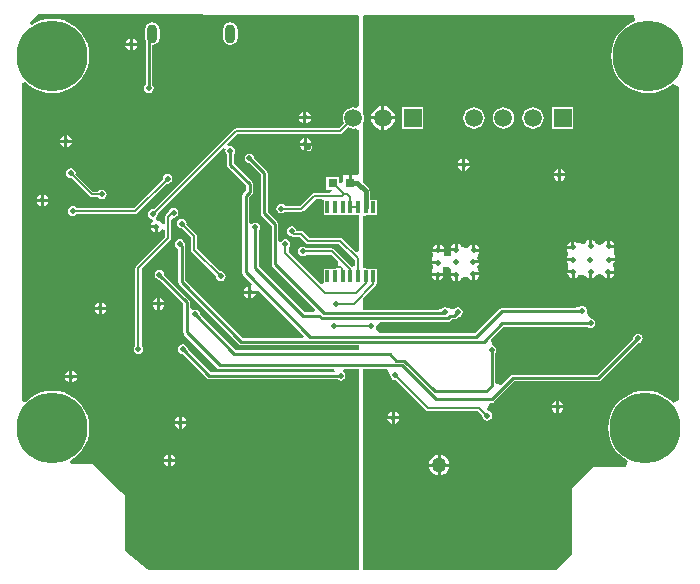
<source format=gbl>
G04 Layer_Physical_Order=2*
G04 Layer_Color=16711680*
%FSLAX25Y25*%
%MOIN*%
G70*
G01*
G75*
%ADD29R,0.03150X0.03150*%
%ADD35C,0.00800*%
%ADD38C,0.01500*%
%ADD40C,0.00600*%
%ADD41C,0.01000*%
%ADD43C,0.23622*%
%ADD44O,0.03543X0.06299*%
%ADD45C,0.05906*%
%ADD46R,0.05906X0.05906*%
%ADD47C,0.02000*%
%ADD48C,0.05000*%
%ADD49R,0.01200X0.03900*%
G36*
X608751Y1157535D02*
X607488Y1157012D01*
X605822Y1155991D01*
X604337Y1154723D01*
X603068Y1153237D01*
X602047Y1151572D01*
X601300Y1149767D01*
X600844Y1147867D01*
X600691Y1145920D01*
X600844Y1143972D01*
X601300Y1142073D01*
X602047Y1140268D01*
X603068Y1138602D01*
X604337Y1137117D01*
X605822Y1135848D01*
X607488Y1134827D01*
X609293Y1134080D01*
X611192Y1133624D01*
X613140Y1133470D01*
X615088Y1133624D01*
X616987Y1134080D01*
X618792Y1134827D01*
X620458Y1135848D01*
X621254Y1136528D01*
X623254Y1135620D01*
Y1127435D01*
Y1031129D01*
X621254Y1030391D01*
X620957Y1030739D01*
X619472Y1032007D01*
X617806Y1033028D01*
X616001Y1033776D01*
X614102Y1034232D01*
X612154Y1034385D01*
X610207Y1034232D01*
X608307Y1033776D01*
X606502Y1033028D01*
X604837Y1032007D01*
X603351Y1030739D01*
X602082Y1029253D01*
X601062Y1027587D01*
X600314Y1025782D01*
X599858Y1023883D01*
X599705Y1021935D01*
X599858Y1019988D01*
X600314Y1018088D01*
X601062Y1016284D01*
X602082Y1014618D01*
X603351Y1013132D01*
X604837Y1011864D01*
X606188Y1011036D01*
X606146Y1010043D01*
X605697Y1009035D01*
X594654D01*
X590554Y1004935D01*
X587654Y1002036D01*
Y979436D01*
X587354D01*
X582554Y974636D01*
X518154D01*
Y1041614D01*
X525880D01*
X526365Y1041062D01*
X527158Y1039614D01*
X527123Y1039435D01*
X527247Y1038811D01*
X527601Y1038282D01*
X528130Y1037928D01*
X528754Y1037804D01*
X528912Y1037836D01*
X538833Y1027915D01*
X539164Y1027693D01*
X539554Y1027616D01*
X556232D01*
X557754Y1026093D01*
X557723Y1025935D01*
X557847Y1025311D01*
X558201Y1024782D01*
X558730Y1024428D01*
X559354Y1024304D01*
X559978Y1024428D01*
X560508Y1024782D01*
X560861Y1025311D01*
X560986Y1025935D01*
X560861Y1026560D01*
X560508Y1027089D01*
X559978Y1027443D01*
X559461Y1028314D01*
X560308Y1030071D01*
X560617Y1030314D01*
X560854D01*
X560854Y1030314D01*
X561283Y1030399D01*
X561647Y1030642D01*
X568419Y1037414D01*
X596454D01*
X596454Y1037414D01*
X596883Y1037499D01*
X597247Y1037742D01*
X609616Y1050112D01*
X609654Y1050104D01*
X610278Y1050228D01*
X610808Y1050582D01*
X611134Y1051070D01*
D01*
X611161Y1051111D01*
Y1051111D01*
X611285Y1051735D01*
X611285Y1051735D01*
X611161Y1052360D01*
X610995Y1052608D01*
X610835Y1052848D01*
X610829Y1052857D01*
X610809Y1052888D01*
X610808Y1052889D01*
X610808Y1052889D01*
X610434Y1053139D01*
X610278Y1053243D01*
X610278Y1053243D01*
X609838Y1053330D01*
X609838Y1053330D01*
X609759Y1053346D01*
X609654Y1053367D01*
X609654Y1053367D01*
X609214Y1053279D01*
X609214D01*
X609213Y1053279D01*
X609213Y1053279D01*
X609129Y1053262D01*
X609030Y1053243D01*
X609030Y1053243D01*
X608874Y1053139D01*
X608874Y1053139D01*
X608501Y1052889D01*
X608501D01*
X608396Y1052733D01*
D01*
X608147Y1052360D01*
X608147Y1052360D01*
X608110Y1052176D01*
X608110Y1052176D01*
X608023Y1051735D01*
X608023Y1051735D01*
X608030Y1051698D01*
X595990Y1039657D01*
X567954D01*
X567954Y1039657D01*
X567525Y1039572D01*
X567161Y1039328D01*
X567161Y1039328D01*
X563976Y1036143D01*
X561976Y1036972D01*
Y1046661D01*
X562008Y1046682D01*
X562361Y1047211D01*
X562486Y1047836D01*
X562361Y1048460D01*
X562008Y1048989D01*
X561478Y1049343D01*
X561393Y1049360D01*
X560673Y1050874D01*
X560605Y1051400D01*
X564819Y1055614D01*
X590751D01*
X592730Y1055563D01*
X592737Y1055557D01*
X593230Y1055228D01*
X593230D01*
X593670Y1055141D01*
X593854Y1055104D01*
D01*
X593854Y1055104D01*
X593854D01*
X594303Y1055193D01*
X594478Y1055228D01*
X594478D01*
X594478Y1055228D01*
Y1055228D01*
X594492Y1055238D01*
X594597Y1055308D01*
X594597D01*
X594602Y1055311D01*
X594634Y1055332D01*
X594634Y1055332D01*
D01*
X594634Y1055332D01*
X594815Y1055453D01*
X594852Y1055478D01*
X594852Y1055478D01*
X595008Y1055582D01*
X595008D01*
X595112Y1055738D01*
X595112D01*
X595361Y1056111D01*
X595361Y1056111D01*
X595361D01*
D01*
X595398Y1056295D01*
X595449Y1056552D01*
X595476Y1056687D01*
D01*
X595485Y1056735D01*
Y1056736D01*
D01*
Y1056736D01*
X595466Y1056834D01*
X595450Y1056914D01*
X595449Y1056919D01*
X595361Y1057360D01*
Y1057360D01*
X595257Y1057516D01*
D01*
X595257Y1057516D01*
X595008Y1057889D01*
Y1057889D01*
X594926Y1057943D01*
D01*
X594815Y1058018D01*
X594634Y1058139D01*
X594608Y1058156D01*
X594478Y1058243D01*
X594478Y1058243D01*
X594478Y1058243D01*
X594467Y1058245D01*
X594397Y1058259D01*
X593716Y1058604D01*
X592661Y1060311D01*
X592661Y1060311D01*
X592749Y1060752D01*
X592776Y1060887D01*
D01*
X592786Y1060935D01*
Y1060935D01*
X592786Y1060935D01*
X592661Y1061560D01*
X592661Y1061560D01*
X592412Y1061933D01*
X592412D01*
X592308Y1062089D01*
Y1062089D01*
X592152Y1062193D01*
Y1062193D01*
X592115Y1062218D01*
X591934Y1062339D01*
X591934Y1062339D01*
D01*
X591934Y1062339D01*
X591913Y1062353D01*
X591909Y1062356D01*
X591909D01*
X591794Y1062432D01*
X591778Y1062443D01*
X591778D01*
X591778Y1062443D01*
X591608Y1062477D01*
X591154Y1062567D01*
X591154D01*
X591154Y1062567D01*
D01*
X590970Y1062530D01*
X590530Y1062443D01*
X590530Y1062443D01*
X590092Y1062150D01*
X590029Y1062108D01*
X588051Y1062057D01*
X564354D01*
X564354Y1062057D01*
X563925Y1061972D01*
X563561Y1061728D01*
X563561Y1061728D01*
X555290Y1053457D01*
X523400D01*
X522491Y1054857D01*
X522310Y1055457D01*
X522386Y1055835D01*
X523846Y1057250D01*
X523975Y1057314D01*
X546224D01*
X546224Y1057314D01*
X546653Y1057399D01*
X547017Y1057642D01*
X547588Y1058214D01*
X548454D01*
X548454Y1058214D01*
X548883Y1058299D01*
X549247Y1058542D01*
X549616Y1058912D01*
X549654Y1058904D01*
X550278Y1059028D01*
X550808Y1059382D01*
X551161Y1059911D01*
X551286Y1060536D01*
X551161Y1061160D01*
X550808Y1061689D01*
X550278Y1062043D01*
X549654Y1062167D01*
X549030Y1062043D01*
X548659Y1061795D01*
X548359Y1061689D01*
X548031D01*
X546134Y1061939D01*
X546134Y1061939D01*
D01*
X546110Y1061955D01*
D01*
X545978Y1062043D01*
X545978Y1062043D01*
X545671Y1062104D01*
X545354Y1062167D01*
X545354D01*
X545042Y1062105D01*
X544730Y1062043D01*
X544730D01*
X544448Y1061854D01*
X544201Y1061689D01*
X544201Y1061689D01*
X544111Y1061555D01*
X544111Y1061555D01*
X544097Y1061533D01*
D01*
X544097Y1061533D01*
X542211Y1061257D01*
X518154D01*
Y1065094D01*
X522152Y1069092D01*
X522373Y1069422D01*
X522451Y1069812D01*
Y1069899D01*
X522631D01*
Y1074998D01*
X522072D01*
X520231Y1074998D01*
Y1074998D01*
X520154D01*
X518154Y1075196D01*
Y1092674D01*
X520072Y1092872D01*
X520231D01*
D01*
Y1092873D01*
X520231Y1092873D01*
X522631D01*
Y1097972D01*
X520249D01*
Y1100817D01*
X520144Y1101344D01*
X519845Y1101791D01*
X518154Y1103482D01*
Y1124021D01*
X518273Y1124308D01*
X518395Y1125235D01*
X518273Y1126163D01*
X518154Y1126450D01*
Y1159135D01*
X518320Y1159536D01*
X608354D01*
X608751Y1157535D01*
D02*
G37*
G36*
X516054Y1159636D02*
X516554Y1159136D01*
Y1129241D01*
X516452Y1129173D01*
X515554Y1128721D01*
X514812Y1128819D01*
X513884Y1128697D01*
X513020Y1128339D01*
X512278Y1127769D01*
X511708Y1127027D01*
X511350Y1126163D01*
X511228Y1125235D01*
X511350Y1124308D01*
X511708Y1123444D01*
X511714Y1123436D01*
X510032Y1121753D01*
X475554D01*
X475261Y1121695D01*
X475203Y1121683D01*
X474905Y1121484D01*
X448232Y1094812D01*
X447954Y1094867D01*
X447330Y1094743D01*
X446801Y1094389D01*
X446447Y1093860D01*
X446323Y1093235D01*
X446447Y1092611D01*
X446801Y1092082D01*
X447330Y1091728D01*
X447680Y1091659D01*
X447978Y1090749D01*
X447981Y1090657D01*
X447712Y1090477D01*
X447270Y1089816D01*
X447214Y1089536D01*
X449154D01*
Y1089036D01*
X449654D01*
Y1087096D01*
X449934Y1087152D01*
X450596Y1087593D01*
X450935Y1088100D01*
X451610Y1088050D01*
X451934Y1087934D01*
Y1085558D01*
X442433Y1076056D01*
X442212Y1075726D01*
X442135Y1075336D01*
Y1049479D01*
X442001Y1049389D01*
X441647Y1048860D01*
X441523Y1048236D01*
X441647Y1047611D01*
X442001Y1047082D01*
X442530Y1046728D01*
X443154Y1046604D01*
X443778Y1046728D01*
X444308Y1047082D01*
X444661Y1047611D01*
X444785Y1048236D01*
X444661Y1048860D01*
X444308Y1049389D01*
X444174Y1049479D01*
Y1074913D01*
X453675Y1084414D01*
X453896Y1084745D01*
X453974Y1085135D01*
Y1091188D01*
X454854Y1092004D01*
X455478Y1092128D01*
X456008Y1092482D01*
X456361Y1093011D01*
X456486Y1093635D01*
X456361Y1094260D01*
X456008Y1094789D01*
X455478Y1095143D01*
X454854Y1095267D01*
X454230Y1095143D01*
X453701Y1094789D01*
X453347Y1094260D01*
X453325Y1094148D01*
X452233Y1093056D01*
X452012Y1092726D01*
X451934Y1092336D01*
Y1090137D01*
X451610Y1090021D01*
X450935Y1089971D01*
X450596Y1090477D01*
X449934Y1090919D01*
X449344Y1091037D01*
X449089Y1091644D01*
X449043Y1092039D01*
X449108Y1092082D01*
X449461Y1092611D01*
X449585Y1093235D01*
X449530Y1093514D01*
X471296Y1115280D01*
X472193Y1114868D01*
X472236Y1114806D01*
X472123Y1114235D01*
X472247Y1113611D01*
X472601Y1113082D01*
X472633Y1113060D01*
Y1109636D01*
X472633Y1109636D01*
X472718Y1109206D01*
X472961Y1108842D01*
X479133Y1102671D01*
Y1101100D01*
X478061Y1100029D01*
X477818Y1099665D01*
X477733Y1099236D01*
X477733Y1099235D01*
Y1073835D01*
X477733Y1073835D01*
X477818Y1073406D01*
X478061Y1073042D01*
X481072Y1070032D01*
X480754Y1069437D01*
Y1067636D01*
X482556D01*
X483150Y1067953D01*
X498423Y1052681D01*
X498040Y1051757D01*
X477919D01*
X458676Y1071000D01*
Y1082635D01*
X458676Y1082635D01*
X458590Y1083065D01*
X458560Y1083109D01*
X458586Y1083235D01*
X458461Y1083860D01*
X458108Y1084389D01*
X457578Y1084743D01*
X456954Y1084867D01*
X456330Y1084743D01*
X455801Y1084389D01*
X455447Y1083860D01*
X455323Y1083235D01*
X455447Y1082611D01*
X455801Y1082082D01*
X456330Y1081728D01*
X456433Y1081708D01*
Y1070535D01*
X456433Y1070535D01*
X456518Y1070106D01*
X456761Y1069742D01*
X476661Y1049842D01*
X477025Y1049599D01*
X477454Y1049514D01*
X477454Y1049514D01*
X516554D01*
Y1047757D01*
X475619D01*
X463678Y1059698D01*
X463686Y1059735D01*
X463561Y1060360D01*
X463208Y1060889D01*
X462678Y1061243D01*
X462054Y1061367D01*
X461430Y1061243D01*
X461376Y1061207D01*
X460376Y1061741D01*
Y1063836D01*
X460290Y1064265D01*
X460047Y1064629D01*
X460047Y1064629D01*
X451778Y1072898D01*
X451786Y1072935D01*
X451661Y1073560D01*
X451308Y1074089D01*
X450778Y1074443D01*
X450154Y1074567D01*
X449530Y1074443D01*
X449001Y1074089D01*
X448647Y1073560D01*
X448523Y1072935D01*
X448647Y1072311D01*
X449001Y1071782D01*
X449530Y1071428D01*
X450154Y1071304D01*
X450192Y1071312D01*
X458133Y1063371D01*
Y1053736D01*
X458133Y1053736D01*
X458218Y1053306D01*
X458461Y1052942D01*
X469461Y1041942D01*
X469825Y1041699D01*
X470254Y1041614D01*
X470254Y1041614D01*
X508163D01*
X508667Y1040614D01*
X508550Y1040457D01*
X467219D01*
X459578Y1048098D01*
X459586Y1048135D01*
X459461Y1048760D01*
X459108Y1049289D01*
X458578Y1049643D01*
X457954Y1049767D01*
X457330Y1049643D01*
X456801Y1049289D01*
X456447Y1048760D01*
X456323Y1048135D01*
X456447Y1047511D01*
X456801Y1046982D01*
X457330Y1046628D01*
X457954Y1046504D01*
X457992Y1046512D01*
X465961Y1038542D01*
X466325Y1038299D01*
X466754Y1038214D01*
X466754Y1038214D01*
X509339D01*
X509361Y1038182D01*
X509890Y1037828D01*
X510514Y1037704D01*
X511138Y1037828D01*
X511668Y1038182D01*
X512021Y1038711D01*
X512146Y1039336D01*
X512021Y1039960D01*
X511668Y1040489D01*
X511481Y1040614D01*
X511784Y1041614D01*
X516554D01*
Y974535D01*
X446554D01*
X445954Y974835D01*
X438554Y980935D01*
Y983936D01*
Y999436D01*
X437454Y1000535D01*
X427954Y1010036D01*
X420668D01*
X420386Y1011036D01*
X421686Y1011832D01*
X423171Y1013101D01*
X424440Y1014586D01*
X425461Y1016252D01*
X426208Y1018057D01*
X426664Y1019956D01*
X426818Y1021904D01*
X426664Y1023851D01*
X426208Y1025751D01*
X425461Y1027556D01*
X424440Y1029222D01*
X423171Y1030707D01*
X421686Y1031976D01*
X420020Y1032996D01*
X418215Y1033744D01*
X416316Y1034200D01*
X414368Y1034353D01*
X412421Y1034200D01*
X410521Y1033744D01*
X408716Y1032996D01*
X407051Y1031976D01*
X405565Y1030707D01*
X405392Y1030505D01*
X404454Y1030851D01*
Y1136973D01*
X405392Y1137319D01*
X405565Y1137117D01*
X407051Y1135848D01*
X408716Y1134827D01*
X410521Y1134080D01*
X412421Y1133624D01*
X414368Y1133470D01*
X416316Y1133624D01*
X418215Y1134080D01*
X420020Y1134827D01*
X421686Y1135848D01*
X423171Y1137117D01*
X424440Y1138602D01*
X425461Y1140268D01*
X426208Y1142073D01*
X426664Y1143972D01*
X426818Y1145920D01*
X426664Y1147867D01*
X426208Y1149767D01*
X425461Y1151572D01*
X424440Y1153237D01*
X423171Y1154723D01*
X421686Y1155991D01*
X420020Y1157012D01*
X418215Y1157760D01*
X416316Y1158216D01*
X414368Y1158369D01*
X412421Y1158216D01*
X410521Y1157760D01*
X408716Y1157012D01*
X407499Y1156266D01*
X406876Y1157057D01*
X409054Y1159235D01*
X409654Y1159836D01*
X414454D01*
X516054Y1159636D01*
D02*
G37*
G36*
X513020Y1122132D02*
X513884Y1121774D01*
X514812Y1121652D01*
X515554Y1121750D01*
X516452Y1121298D01*
X516554Y1121229D01*
Y1107039D01*
X516382Y1106110D01*
X514307D01*
Y1103535D01*
X513307D01*
Y1106110D01*
X511232D01*
Y1103987D01*
X510232Y1103452D01*
X510076Y1103557D01*
Y1105711D01*
X505726D01*
Y1101361D01*
X507667D01*
X507671Y1101355D01*
X507136Y1100355D01*
X501754D01*
X501364Y1100277D01*
X501033Y1100056D01*
X497032Y1096055D01*
X491997D01*
X491908Y1096189D01*
X491378Y1096543D01*
X490754Y1096667D01*
X490130Y1096543D01*
X489601Y1096189D01*
X489247Y1095660D01*
X489123Y1095035D01*
X489247Y1094411D01*
X489601Y1093882D01*
X490130Y1093528D01*
X490754Y1093404D01*
X491378Y1093528D01*
X491908Y1093882D01*
X491997Y1094016D01*
X497454D01*
X497844Y1094094D01*
X498175Y1094314D01*
X502177Y1098316D01*
X504019D01*
X504877Y1097972D01*
X504877Y1097316D01*
Y1092873D01*
X506436D01*
X507277Y1092873D01*
X507357D01*
X507436D01*
X508277Y1092873D01*
X508995D01*
X509836Y1092873D01*
X509916D01*
X509995D01*
X510836Y1092873D01*
X511554D01*
X512395Y1092873D01*
X512475D01*
X512554D01*
X513395Y1092873D01*
X514954D01*
Y1092872D01*
X515113D01*
Y1092873D01*
X516554D01*
Y1080984D01*
X515630Y1080601D01*
X511175Y1085056D01*
X510844Y1085277D01*
X510454Y1085355D01*
X500176D01*
X498175Y1087356D01*
X497844Y1087577D01*
X497454Y1087655D01*
X495842D01*
X495761Y1088060D01*
X495408Y1088589D01*
X494878Y1088943D01*
X494254Y1089067D01*
X493630Y1088943D01*
X493101Y1088589D01*
X492747Y1088060D01*
X492623Y1087436D01*
X492747Y1086811D01*
X493101Y1086282D01*
X493630Y1085928D01*
X494254Y1085804D01*
X494442Y1085841D01*
X494664Y1085693D01*
X495054Y1085616D01*
X497032D01*
X499033Y1083615D01*
X499364Y1083393D01*
X499754Y1083316D01*
X510032D01*
X515294Y1078054D01*
Y1076021D01*
X515002Y1075820D01*
X514293Y1075638D01*
X508475Y1081456D01*
X508144Y1081677D01*
X507754Y1081755D01*
X499197D01*
X499108Y1081889D01*
X498578Y1082243D01*
X497954Y1082367D01*
X497330Y1082243D01*
X496801Y1081889D01*
X496447Y1081360D01*
X496323Y1080735D01*
X496447Y1080111D01*
X496801Y1079582D01*
X497330Y1079228D01*
X497954Y1079104D01*
X498578Y1079228D01*
X499108Y1079582D01*
X499197Y1079716D01*
X507332D01*
X509563Y1077485D01*
X509748Y1076424D01*
X509527Y1076093D01*
X509449Y1075703D01*
X508626Y1074998D01*
X508277D01*
X507436Y1074998D01*
X507357D01*
X507277D01*
X506436Y1074998D01*
X504877D01*
Y1070269D01*
X503908Y1069823D01*
X493174Y1080558D01*
Y1081992D01*
X493308Y1082082D01*
X493661Y1082611D01*
X493785Y1083235D01*
X493661Y1083860D01*
X493308Y1084389D01*
X492778Y1084743D01*
X492154Y1084867D01*
X491530Y1084743D01*
X491001Y1084389D01*
X490776Y1084052D01*
X489790Y1084213D01*
X489776Y1084219D01*
Y1089835D01*
X489776Y1089835D01*
X489690Y1090265D01*
X489447Y1090629D01*
X489447Y1090629D01*
X486176Y1093900D01*
Y1106935D01*
X486176Y1106936D01*
X486090Y1107365D01*
X485847Y1107728D01*
X485847Y1107728D01*
X481778Y1111798D01*
X481785Y1111835D01*
X481661Y1112460D01*
X481308Y1112989D01*
X480778Y1113343D01*
X480154Y1113467D01*
X479530Y1113343D01*
X479001Y1112989D01*
X478647Y1112460D01*
X478523Y1111835D01*
X478647Y1111211D01*
X479001Y1110682D01*
X479530Y1110328D01*
X480154Y1110204D01*
X480192Y1110212D01*
X483933Y1106471D01*
Y1093435D01*
X483933Y1093435D01*
X484018Y1093006D01*
X484261Y1092642D01*
X487533Y1089371D01*
Y1076435D01*
X487533Y1076435D01*
X487618Y1076006D01*
X487861Y1075642D01*
X502123Y1061381D01*
X501740Y1060457D01*
X498519D01*
X483176Y1075800D01*
Y1087560D01*
X483208Y1087582D01*
X483561Y1088111D01*
X483685Y1088735D01*
X483561Y1089360D01*
X483208Y1089889D01*
X482678Y1090243D01*
X482054Y1090367D01*
X481430Y1090243D01*
X480976Y1089939D01*
X480596Y1090026D01*
X479976Y1090305D01*
Y1098771D01*
X481047Y1099842D01*
X481047Y1099842D01*
X481290Y1100206D01*
X481376Y1100636D01*
X481376Y1100636D01*
Y1103135D01*
X481376Y1103135D01*
X481290Y1103565D01*
X481047Y1103928D01*
X481047Y1103928D01*
X474876Y1110100D01*
Y1113060D01*
X474908Y1113082D01*
X475261Y1113611D01*
X475386Y1114235D01*
X475261Y1114860D01*
X474908Y1115389D01*
X474378Y1115743D01*
X473754Y1115867D01*
X473184Y1115753D01*
X473122Y1115796D01*
X472710Y1116693D01*
X475934Y1119918D01*
X510412D01*
X510763Y1119988D01*
X511060Y1120187D01*
X513012Y1122138D01*
X513020Y1122132D01*
D02*
G37*
%LPC*%
G36*
X479754Y1066636D02*
X478314D01*
X478370Y1066355D01*
X478812Y1065693D01*
X479474Y1065252D01*
X479754Y1065196D01*
Y1066636D01*
D02*
G37*
G36*
X450354Y1065175D02*
Y1063735D01*
X451794D01*
X451738Y1064016D01*
X451296Y1064677D01*
X450634Y1065119D01*
X450354Y1065175D01*
D02*
G37*
G36*
X482194Y1066636D02*
X480754D01*
Y1065196D01*
X481035Y1065252D01*
X481696Y1065693D01*
X482138Y1066355D01*
X482194Y1066636D01*
D02*
G37*
G36*
X429954Y1061236D02*
X428514D01*
X428570Y1060955D01*
X429012Y1060293D01*
X429674Y1059851D01*
X429954Y1059796D01*
Y1061236D01*
D02*
G37*
G36*
X479754Y1069075D02*
X479474Y1069019D01*
X478812Y1068577D01*
X478370Y1067916D01*
X478314Y1067636D01*
X479754D01*
Y1069075D01*
D02*
G37*
G36*
X449354Y1065175D02*
X449074Y1065119D01*
X448412Y1064677D01*
X447970Y1064016D01*
X447914Y1063735D01*
X449354D01*
Y1065175D01*
D02*
G37*
G36*
X429954Y1063675D02*
X429674Y1063619D01*
X429012Y1063177D01*
X428570Y1062516D01*
X428514Y1062236D01*
X429954D01*
Y1063675D01*
D02*
G37*
G36*
X451794Y1062735D02*
X450354D01*
Y1061296D01*
X450634Y1061351D01*
X451296Y1061794D01*
X451738Y1062455D01*
X451794Y1062735D01*
D02*
G37*
G36*
X449354D02*
X447914D01*
X447970Y1062455D01*
X448412Y1061794D01*
X449074Y1061351D01*
X449354Y1061296D01*
Y1062735D01*
D02*
G37*
G36*
X430954Y1063675D02*
Y1062236D01*
X432394D01*
X432338Y1062516D01*
X431896Y1063177D01*
X431235Y1063619D01*
X430954Y1063675D01*
D02*
G37*
G36*
X432394Y1061236D02*
X430954D01*
Y1059796D01*
X431235Y1059851D01*
X431896Y1060293D01*
X432338Y1060955D01*
X432394Y1061236D01*
D02*
G37*
G36*
X549654Y1083275D02*
Y1081336D01*
X549154D01*
Y1080836D01*
X547214D01*
X547234Y1080736D01*
X547270Y1080555D01*
X547352Y1079832D01*
X547370Y1079443D01*
X547156Y1079163D01*
X544944Y1079309D01*
X544844Y1079435D01*
X544938Y1080355D01*
Y1080355D01*
D01*
X544942Y1080373D01*
D01*
X544994Y1080636D01*
X541104D01*
X541208Y1080054D01*
X541250Y1079586D01*
X541077Y1077879D01*
X541070Y1077816D01*
Y1077816D01*
D01*
X541067Y1077798D01*
D01*
X541014Y1077536D01*
X542954D01*
Y1076536D01*
X541014D01*
X541051Y1076351D01*
X541051Y1076351D01*
X541070Y1076255D01*
X541070Y1076255D01*
X541070Y1076255D01*
X541157Y1076125D01*
X541172Y1076103D01*
X541276Y1075948D01*
X541309Y1075898D01*
X541087Y1073990D01*
X540970Y1073816D01*
X540914Y1073536D01*
X544794D01*
X544738Y1073816D01*
X544710Y1073858D01*
X544557Y1075407D01*
X545064Y1075708D01*
X545275Y1075744D01*
X546334Y1075695D01*
X546708Y1075554D01*
X547365Y1074717D01*
X547352Y1074439D01*
X547270Y1073716D01*
X547234Y1073534D01*
X547214Y1073435D01*
X549154D01*
Y1072935D01*
X549654D01*
Y1070996D01*
X549934Y1071052D01*
X549934Y1071052D01*
X550596Y1071494D01*
X550781Y1071748D01*
X550979Y1072021D01*
X551614Y1072167D01*
X552325Y1072157D01*
X553076Y1072147D01*
X553312Y1071793D01*
X553974Y1071352D01*
X554254Y1071296D01*
Y1073236D01*
X554754D01*
Y1073736D01*
X556694D01*
X556638Y1074016D01*
X556280Y1074552D01*
X556196Y1074677D01*
X556096Y1075793D01*
X556223Y1075984D01*
X556538Y1076455D01*
X556594Y1076735D01*
X554654D01*
Y1077736D01*
X556594D01*
X556538Y1078016D01*
X556148Y1078599D01*
X556738Y1080355D01*
X556738Y1080355D01*
Y1080355D01*
D01*
X556740Y1080365D01*
Y1080365D01*
X556794Y1080636D01*
X554854D01*
Y1081135D01*
X554354D01*
Y1083075D01*
X554074Y1083019D01*
X554074Y1083019D01*
X553412Y1082577D01*
X553208Y1082272D01*
X553208D01*
D01*
X552237Y1082005D01*
X550856Y1082388D01*
X550738Y1082564D01*
X550596Y1082777D01*
X549934Y1083219D01*
X549934Y1083219D01*
X549654Y1083275D01*
D02*
G37*
G36*
X587554Y1073435D02*
X586114D01*
X586170Y1073155D01*
X586612Y1072493D01*
X587274Y1072052D01*
X587554Y1071996D01*
Y1073435D01*
D02*
G37*
G36*
X543554Y1083075D02*
Y1081635D01*
X544994D01*
X544957Y1081820D01*
X544957Y1081820D01*
X544938Y1081916D01*
X544938Y1081916D01*
X544938Y1081916D01*
X544851Y1082046D01*
X544836Y1082068D01*
X544726Y1082233D01*
X544700Y1082273D01*
X544611Y1082405D01*
X544496Y1082577D01*
X543834Y1083019D01*
X543834Y1083019D01*
X543554Y1083075D01*
D02*
G37*
G36*
X548654Y1083275D02*
X548374Y1083219D01*
X547712Y1082777D01*
X547270Y1082116D01*
X547214Y1081835D01*
X548654D01*
Y1083275D01*
D02*
G37*
G36*
X555354Y1083075D02*
Y1081635D01*
X556794D01*
X556738Y1081916D01*
X556738Y1081916D01*
X556738Y1081916D01*
X556511Y1082255D01*
X556508Y1082260D01*
X556508Y1082260D01*
X556296Y1082577D01*
X555634Y1083019D01*
X555634Y1083019D01*
X555354Y1083075D01*
D02*
G37*
G36*
X601694Y1073335D02*
X600254D01*
Y1071896D01*
X600534Y1071951D01*
X601196Y1072394D01*
X601638Y1073055D01*
X601694Y1073335D01*
D02*
G37*
G36*
X548654Y1072435D02*
X547214D01*
X547270Y1072155D01*
X547712Y1071494D01*
X548374Y1071052D01*
X548654Y1070996D01*
Y1072435D01*
D02*
G37*
G36*
X457554Y1091667D02*
X456930Y1091543D01*
X456401Y1091189D01*
X456047Y1090660D01*
X455923Y1090036D01*
X456047Y1089411D01*
X456401Y1088882D01*
X456930Y1088528D01*
X457554Y1088404D01*
X457712Y1088435D01*
X460635Y1085513D01*
Y1081336D01*
X460712Y1080945D01*
X460933Y1080614D01*
X468954Y1072593D01*
X468923Y1072435D01*
X469047Y1071811D01*
X469401Y1071282D01*
X469930Y1070928D01*
X470554Y1070804D01*
X471178Y1070928D01*
X471708Y1071282D01*
X472061Y1071811D01*
X472186Y1072435D01*
X472061Y1073060D01*
X471708Y1073589D01*
X471178Y1073943D01*
X470554Y1074067D01*
X470396Y1074035D01*
X462674Y1081758D01*
Y1085935D01*
X462596Y1086326D01*
X462375Y1086656D01*
X459154Y1089878D01*
X459186Y1090036D01*
X459061Y1090660D01*
X458708Y1091189D01*
X458178Y1091543D01*
X457554Y1091667D01*
D02*
G37*
G36*
X542354Y1072536D02*
X540914D01*
X540970Y1072255D01*
X541412Y1071593D01*
X542074Y1071152D01*
X542354Y1071096D01*
Y1072536D01*
D02*
G37*
G36*
X556694Y1072736D02*
X555254D01*
Y1071296D01*
X555535Y1071352D01*
X556196Y1071793D01*
X556638Y1072455D01*
X556694Y1072736D01*
D02*
G37*
G36*
X544794Y1072536D02*
X543354D01*
Y1071096D01*
X543635Y1071152D01*
X544296Y1071593D01*
X544738Y1072255D01*
X544794Y1072536D01*
D02*
G37*
G36*
X456654Y1023135D02*
X455214D01*
X455270Y1022855D01*
X455712Y1022194D01*
X456374Y1021751D01*
X456654Y1021696D01*
Y1023135D01*
D02*
G37*
G36*
X454054Y1013075D02*
Y1011635D01*
X455494D01*
X455438Y1011916D01*
X454996Y1012577D01*
X454334Y1013019D01*
X454054Y1013075D01*
D02*
G37*
G36*
X453054D02*
X452774Y1013019D01*
X452112Y1012577D01*
X451670Y1011916D01*
X451614Y1011635D01*
X453054D01*
Y1013075D01*
D02*
G37*
G36*
X529994Y1024835D02*
X528554D01*
Y1023396D01*
X528834Y1023452D01*
X529496Y1023894D01*
X529938Y1024555D01*
X529994Y1024835D01*
D02*
G37*
G36*
X527554D02*
X526114D01*
X526170Y1024555D01*
X526612Y1023894D01*
X527274Y1023452D01*
X527554Y1023396D01*
Y1024835D01*
D02*
G37*
G36*
X459094Y1023135D02*
X457654D01*
Y1021696D01*
X457935Y1021751D01*
X458596Y1022194D01*
X459038Y1022855D01*
X459094Y1023135D01*
D02*
G37*
G36*
X453054Y1010635D02*
X451614D01*
X451670Y1010355D01*
X452112Y1009694D01*
X452774Y1009251D01*
X453054Y1009196D01*
Y1010635D01*
D02*
G37*
G36*
X546818Y1009035D02*
X543854D01*
Y1006071D01*
X544268Y1006126D01*
X545119Y1006478D01*
X545850Y1007039D01*
X546411Y1007770D01*
X546764Y1008622D01*
X546818Y1009035D01*
D02*
G37*
G36*
X542854D02*
X539890D01*
X539944Y1008622D01*
X540297Y1007770D01*
X540858Y1007039D01*
X541589Y1006478D01*
X542440Y1006126D01*
X542854Y1006071D01*
Y1009035D01*
D02*
G37*
G36*
X543854Y1013000D02*
Y1010036D01*
X546818D01*
X546764Y1010449D01*
X546411Y1011301D01*
X545850Y1012032D01*
X545119Y1012593D01*
X544268Y1012945D01*
X543854Y1013000D01*
D02*
G37*
G36*
X542854D02*
X542440Y1012945D01*
X541589Y1012593D01*
X540858Y1012032D01*
X540297Y1011301D01*
X539944Y1010449D01*
X539890Y1010036D01*
X542854D01*
Y1013000D01*
D02*
G37*
G36*
X455494Y1010635D02*
X454054D01*
Y1009196D01*
X454334Y1009251D01*
X454996Y1009694D01*
X455438Y1010355D01*
X455494Y1010635D01*
D02*
G37*
G36*
X420154Y1038535D02*
X418714D01*
X418770Y1038255D01*
X419212Y1037593D01*
X419874Y1037152D01*
X420154Y1037096D01*
Y1038535D01*
D02*
G37*
G36*
X583354Y1030875D02*
Y1029436D01*
X584794D01*
X584738Y1029716D01*
X584296Y1030377D01*
X583635Y1030819D01*
X583354Y1030875D01*
D02*
G37*
G36*
X582354D02*
X582074Y1030819D01*
X581412Y1030377D01*
X580970Y1029716D01*
X580914Y1029436D01*
X582354D01*
Y1030875D01*
D02*
G37*
G36*
X421154Y1040975D02*
Y1039536D01*
X422594D01*
X422538Y1039816D01*
X422096Y1040477D01*
X421434Y1040919D01*
X421154Y1040975D01*
D02*
G37*
G36*
X420154D02*
X419874Y1040919D01*
X419212Y1040477D01*
X418770Y1039816D01*
X418714Y1039536D01*
X420154D01*
Y1040975D01*
D02*
G37*
G36*
X422594Y1038535D02*
X421154D01*
Y1037096D01*
X421434Y1037152D01*
X422096Y1037593D01*
X422538Y1038255D01*
X422594Y1038535D01*
D02*
G37*
G36*
X527554Y1027275D02*
X527274Y1027219D01*
X526612Y1026777D01*
X526170Y1026116D01*
X526114Y1025836D01*
X527554D01*
Y1027275D01*
D02*
G37*
G36*
X457654Y1025575D02*
Y1024135D01*
X459094D01*
X459038Y1024416D01*
X458596Y1025077D01*
X457935Y1025519D01*
X457654Y1025575D01*
D02*
G37*
G36*
X456654D02*
X456374Y1025519D01*
X455712Y1025077D01*
X455270Y1024416D01*
X455214Y1024135D01*
X456654D01*
Y1025575D01*
D02*
G37*
G36*
X584794Y1028436D02*
X583354D01*
Y1026996D01*
X583635Y1027052D01*
X584296Y1027493D01*
X584738Y1028155D01*
X584794Y1028436D01*
D02*
G37*
G36*
X582354D02*
X580914D01*
X580970Y1028155D01*
X581412Y1027493D01*
X582074Y1027052D01*
X582354Y1026996D01*
Y1028436D01*
D02*
G37*
G36*
X528554Y1027275D02*
Y1025836D01*
X529994D01*
X529938Y1026116D01*
X529496Y1026777D01*
X528834Y1027219D01*
X528554Y1027275D01*
D02*
G37*
G36*
X564812Y1128819D02*
X563884Y1128697D01*
X563020Y1128339D01*
X562278Y1127769D01*
X561708Y1127027D01*
X561350Y1126163D01*
X561228Y1125235D01*
X561350Y1124308D01*
X561708Y1123444D01*
X562278Y1122702D01*
X563020Y1122132D01*
X563884Y1121774D01*
X564812Y1121652D01*
X565739Y1121774D01*
X566603Y1122132D01*
X567345Y1122702D01*
X567915Y1123444D01*
X568273Y1124308D01*
X568395Y1125235D01*
X568273Y1126163D01*
X567915Y1127027D01*
X567345Y1127769D01*
X566603Y1128339D01*
X565739Y1128697D01*
X564812Y1128819D01*
D02*
G37*
G36*
X554969D02*
X554042Y1128697D01*
X553177Y1128339D01*
X552435Y1127769D01*
X551866Y1127027D01*
X551508Y1126163D01*
X551386Y1125235D01*
X551508Y1124308D01*
X551866Y1123444D01*
X552435Y1122702D01*
X553177Y1122132D01*
X554042Y1121774D01*
X554969Y1121652D01*
X555897Y1121774D01*
X556761Y1122132D01*
X557503Y1122702D01*
X558072Y1123444D01*
X558430Y1124308D01*
X558553Y1125235D01*
X558430Y1126163D01*
X558072Y1127027D01*
X557503Y1127769D01*
X556761Y1128339D01*
X555897Y1128697D01*
X554969Y1128819D01*
D02*
G37*
G36*
X574654D02*
X573727Y1128697D01*
X572862Y1128339D01*
X572120Y1127769D01*
X571551Y1127027D01*
X571193Y1126163D01*
X571071Y1125235D01*
X571193Y1124308D01*
X571551Y1123444D01*
X572120Y1122702D01*
X572862Y1122132D01*
X573727Y1121774D01*
X574654Y1121652D01*
X575582Y1121774D01*
X576446Y1122132D01*
X577188Y1122702D01*
X577757Y1123444D01*
X578115Y1124308D01*
X578237Y1125235D01*
X578115Y1126163D01*
X577757Y1127027D01*
X577188Y1127769D01*
X576446Y1128339D01*
X575582Y1128697D01*
X574654Y1128819D01*
D02*
G37*
G36*
X588049Y1128788D02*
X580944D01*
Y1121683D01*
X588049D01*
Y1128788D01*
D02*
G37*
G36*
X538049D02*
X530944D01*
Y1121683D01*
X538049D01*
Y1128788D01*
D02*
G37*
G36*
X528575Y1124735D02*
X525154D01*
Y1121314D01*
X525686Y1121384D01*
X526648Y1121783D01*
X527473Y1122416D01*
X528107Y1123242D01*
X528505Y1124204D01*
X528575Y1124735D01*
D02*
G37*
G36*
X499254Y1118475D02*
Y1117035D01*
X500694D01*
X500638Y1117316D01*
X500196Y1117977D01*
X499535Y1118419D01*
X499254Y1118475D01*
D02*
G37*
G36*
X498254D02*
X497974Y1118419D01*
X497312Y1117977D01*
X496870Y1117316D01*
X496814Y1117035D01*
X498254D01*
Y1118475D01*
D02*
G37*
G36*
X418454Y1119475D02*
X418174Y1119419D01*
X417512Y1118977D01*
X417070Y1118316D01*
X417014Y1118036D01*
X418454D01*
Y1119475D01*
D02*
G37*
G36*
X524154Y1124735D02*
X520733D01*
X520803Y1124204D01*
X521201Y1123242D01*
X521835Y1122416D01*
X522661Y1121783D01*
X523622Y1121384D01*
X524154Y1121314D01*
Y1124735D01*
D02*
G37*
G36*
X419454Y1119475D02*
Y1118036D01*
X420894D01*
X420838Y1118316D01*
X420396Y1118977D01*
X419734Y1119419D01*
X419454Y1119475D01*
D02*
G37*
G36*
X498154Y1124936D02*
X496714D01*
X496770Y1124655D01*
X497212Y1123993D01*
X497874Y1123551D01*
X498154Y1123496D01*
Y1124936D01*
D02*
G37*
G36*
X442694Y1149236D02*
X441254D01*
Y1147796D01*
X441535Y1147851D01*
X442196Y1148293D01*
X442638Y1148955D01*
X442694Y1149236D01*
D02*
G37*
G36*
X440254D02*
X438814D01*
X438870Y1148955D01*
X439312Y1148293D01*
X439974Y1147851D01*
X440254Y1147796D01*
Y1149236D01*
D02*
G37*
G36*
X473746Y1157143D02*
X472821Y1156959D01*
X472036Y1156435D01*
X471512Y1155651D01*
X471328Y1154725D01*
Y1151969D01*
X471512Y1151044D01*
X472036Y1150259D01*
X472821Y1149735D01*
X473746Y1149551D01*
X474672Y1149735D01*
X475456Y1150259D01*
X475980Y1151044D01*
X476164Y1151969D01*
Y1154725D01*
X475980Y1155651D01*
X475456Y1156435D01*
X474672Y1156959D01*
X473746Y1157143D01*
D02*
G37*
G36*
X441254Y1151675D02*
Y1150235D01*
X442694D01*
X442638Y1150516D01*
X442196Y1151177D01*
X441535Y1151619D01*
X441254Y1151675D01*
D02*
G37*
G36*
X440254D02*
X439974Y1151619D01*
X439312Y1151177D01*
X438870Y1150516D01*
X438814Y1150235D01*
X440254D01*
Y1151675D01*
D02*
G37*
G36*
X447762Y1157143D02*
X446837Y1156959D01*
X446052Y1156435D01*
X445528Y1155651D01*
X445344Y1154725D01*
Y1151969D01*
X445528Y1151044D01*
X445533Y1151037D01*
Y1136310D01*
X445501Y1136289D01*
X445147Y1135760D01*
X445023Y1135135D01*
X445147Y1134511D01*
X445501Y1133982D01*
X446030Y1133628D01*
X446654Y1133504D01*
X447278Y1133628D01*
X447808Y1133982D01*
X448161Y1134511D01*
X448285Y1135135D01*
X448161Y1135760D01*
X447808Y1136289D01*
X447776Y1136310D01*
Y1149554D01*
X448687Y1149735D01*
X449472Y1150259D01*
X449996Y1151044D01*
X450180Y1151969D01*
Y1154725D01*
X449996Y1155651D01*
X449472Y1156435D01*
X448687Y1156959D01*
X447762Y1157143D01*
D02*
G37*
G36*
X524154Y1129156D02*
X523622Y1129086D01*
X522661Y1128688D01*
X521835Y1128055D01*
X521201Y1127229D01*
X520803Y1126267D01*
X520733Y1125735D01*
X524154D01*
Y1129156D01*
D02*
G37*
G36*
X500594Y1124936D02*
X499154D01*
Y1123496D01*
X499435Y1123551D01*
X500096Y1123993D01*
X500538Y1124655D01*
X500594Y1124936D01*
D02*
G37*
G36*
X525154Y1129156D02*
Y1125735D01*
X528575D01*
X528505Y1126267D01*
X528107Y1127229D01*
X527473Y1128055D01*
X526648Y1128688D01*
X525686Y1129086D01*
X525154Y1129156D01*
D02*
G37*
G36*
X499154Y1127375D02*
Y1125935D01*
X500594D01*
X500538Y1126216D01*
X500096Y1126877D01*
X499435Y1127319D01*
X499154Y1127375D01*
D02*
G37*
G36*
X498154D02*
X497874Y1127319D01*
X497212Y1126877D01*
X496770Y1126216D01*
X496714Y1125935D01*
X498154D01*
Y1127375D01*
D02*
G37*
G36*
X420554Y1108467D02*
X419930Y1108343D01*
X419401Y1107989D01*
X419047Y1107460D01*
X418923Y1106835D01*
X419047Y1106211D01*
X419401Y1105682D01*
X419930Y1105328D01*
X420554Y1105204D01*
X420832Y1105260D01*
X427005Y1099087D01*
X427303Y1098888D01*
X427654Y1098818D01*
X429643D01*
X429801Y1098582D01*
X430330Y1098228D01*
X430954Y1098104D01*
X431578Y1098228D01*
X432108Y1098582D01*
X432461Y1099111D01*
X432585Y1099736D01*
X432461Y1100360D01*
X432108Y1100889D01*
X431578Y1101243D01*
X430954Y1101367D01*
X430330Y1101243D01*
X429801Y1100889D01*
X429643Y1100653D01*
X428034D01*
X422130Y1106557D01*
X422186Y1106835D01*
X422061Y1107460D01*
X421708Y1107989D01*
X421178Y1108343D01*
X420554Y1108467D01*
D02*
G37*
G36*
X413094Y1097336D02*
X411654D01*
Y1095896D01*
X411935Y1095951D01*
X412596Y1096393D01*
X413038Y1097055D01*
X413094Y1097336D01*
D02*
G37*
G36*
X410654Y1099775D02*
X410374Y1099719D01*
X409712Y1099277D01*
X409270Y1098616D01*
X409214Y1098335D01*
X410654D01*
Y1099775D01*
D02*
G37*
G36*
X452854Y1106567D02*
X452230Y1106443D01*
X451701Y1106089D01*
X451347Y1105560D01*
X451223Y1104935D01*
X451278Y1104657D01*
X441774Y1095153D01*
X422565D01*
X422408Y1095389D01*
X421878Y1095743D01*
X421254Y1095867D01*
X420630Y1095743D01*
X420101Y1095389D01*
X419747Y1094860D01*
X419623Y1094236D01*
X419747Y1093611D01*
X420101Y1093082D01*
X420630Y1092728D01*
X421254Y1092604D01*
X421878Y1092728D01*
X422408Y1093082D01*
X422565Y1093318D01*
X442154D01*
X442505Y1093388D01*
X442803Y1093587D01*
X452576Y1103360D01*
X452854Y1103304D01*
X453478Y1103428D01*
X454008Y1103782D01*
X454361Y1104311D01*
X454486Y1104935D01*
X454361Y1105560D01*
X454008Y1106089D01*
X453478Y1106443D01*
X452854Y1106567D01*
D02*
G37*
G36*
X411654Y1099775D02*
Y1098335D01*
X413094D01*
X413038Y1098616D01*
X412596Y1099277D01*
X411935Y1099719D01*
X411654Y1099775D01*
D02*
G37*
G36*
X410654Y1097336D02*
X409214D01*
X409270Y1097055D01*
X409712Y1096393D01*
X410374Y1095951D01*
X410654Y1095896D01*
Y1097336D01*
D02*
G37*
G36*
X587454Y1084075D02*
X587174Y1084019D01*
X587174Y1084019D01*
X586512Y1083577D01*
X586300Y1083260D01*
Y1083260D01*
X586297Y1083255D01*
X586070Y1082916D01*
X586070Y1082916D01*
X586070Y1082916D01*
X586014Y1082635D01*
X587454D01*
Y1084075D01*
D02*
G37*
G36*
X542554Y1083075D02*
X542274Y1083019D01*
X541612Y1082577D01*
X541270Y1082066D01*
Y1082066D01*
X541170Y1081916D01*
Y1081916D01*
X541114Y1081635D01*
X542554D01*
Y1083075D01*
D02*
G37*
G36*
X594354Y1084575D02*
Y1082635D01*
X593354D01*
Y1084575D01*
X593074Y1084519D01*
X592412Y1084077D01*
X592374Y1084020D01*
X591988Y1083443D01*
X591967Y1083413D01*
X591828Y1083288D01*
X589453Y1083511D01*
X589396Y1083577D01*
X589326Y1083624D01*
X589023Y1083827D01*
X588734Y1084019D01*
X588454Y1084075D01*
Y1082135D01*
X587954D01*
Y1081635D01*
X586014D01*
X586070Y1081355D01*
Y1081355D01*
X586070D01*
X586070Y1081355D01*
D01*
X586391Y1080035D01*
X586070Y1078716D01*
D01*
Y1078716D01*
Y1078716D01*
X586014Y1078436D01*
X587954D01*
Y1077435D01*
X586014D01*
X586070Y1077155D01*
X586070Y1077155D01*
X586070Y1077155D01*
X586297Y1076816D01*
X586300Y1076811D01*
X586248Y1074833D01*
X586170Y1074716D01*
X586114Y1074436D01*
X588054D01*
Y1073936D01*
X588554D01*
Y1071996D01*
X588834Y1072052D01*
X588835Y1072052D01*
X589496Y1072493D01*
X589603Y1072653D01*
X589683Y1072773D01*
X589683D01*
X590961Y1072998D01*
X592235Y1072659D01*
X592311Y1072544D01*
X592412Y1072394D01*
X593074Y1071951D01*
X593074Y1071951D01*
X593354Y1071896D01*
Y1073835D01*
X594354D01*
Y1071896D01*
X594634Y1071951D01*
X595296Y1072394D01*
X595396Y1072543D01*
X595657Y1072934D01*
X595718Y1073025D01*
X595738Y1073048D01*
X596804Y1073166D01*
X597875Y1073048D01*
X598018Y1072834D01*
X598212Y1072543D01*
X598312Y1072394D01*
X598974Y1071951D01*
X599254Y1071896D01*
Y1073835D01*
X599754D01*
Y1074335D01*
X601694D01*
X601670Y1074454D01*
X601638Y1074616D01*
X601537Y1075283D01*
X601448Y1076113D01*
X601753Y1077128D01*
X601837Y1077254D01*
X601838Y1077255D01*
X601894Y1077536D01*
X599954D01*
Y1078535D01*
X601894D01*
X601838Y1078816D01*
X601643Y1080165D01*
X601639Y1081134D01*
X601684Y1081369D01*
X601795Y1081936D01*
X599854D01*
Y1082436D01*
X599354D01*
Y1084375D01*
X599074Y1084319D01*
X598785Y1084126D01*
X598483Y1083924D01*
X598412Y1083877D01*
X598298Y1083754D01*
D01*
X597907Y1083330D01*
X597645Y1083106D01*
X597108Y1082924D01*
X597068Y1082911D01*
X596858Y1082840D01*
X596774Y1082812D01*
X596496Y1082974D01*
X596314Y1083080D01*
X595924Y1083308D01*
X595643Y1083599D01*
X595472Y1083834D01*
X595296Y1084077D01*
X595192Y1084147D01*
X594929Y1084323D01*
X594634Y1084519D01*
X594354Y1084575D01*
D02*
G37*
G36*
X448654Y1088535D02*
X447214D01*
X447270Y1088255D01*
X447712Y1087593D01*
X448374Y1087152D01*
X448654Y1087096D01*
Y1088535D01*
D02*
G37*
G36*
X600354Y1084375D02*
Y1082936D01*
X601794D01*
X601738Y1083216D01*
Y1083216D01*
X601532Y1083524D01*
X601529Y1083529D01*
X601529D01*
X601296Y1083877D01*
X600634Y1084319D01*
X600634Y1084319D01*
X600354Y1084375D01*
D02*
G37*
G36*
X582954Y1105735D02*
X581514D01*
X581570Y1105455D01*
X582012Y1104793D01*
X582674Y1104352D01*
X582954Y1104296D01*
Y1105735D01*
D02*
G37*
G36*
X500951Y1116035D02*
X499254D01*
Y1114339D01*
X499654Y1114259D01*
X500181Y1114364D01*
X500627Y1114662D01*
X500926Y1115109D01*
X501031Y1115635D01*
X500951Y1116035D01*
D02*
G37*
G36*
X552056Y1111573D02*
Y1110133D01*
X553496D01*
X553440Y1110414D01*
X552998Y1111075D01*
X552337Y1111517D01*
X552056Y1111573D01*
D02*
G37*
G36*
X498254Y1116035D02*
X496814D01*
X496870Y1115755D01*
X497312Y1115094D01*
X497974Y1114651D01*
X498254Y1114596D01*
Y1116035D01*
D02*
G37*
G36*
X420894Y1117035D02*
X419454D01*
Y1115596D01*
X419734Y1115652D01*
X420396Y1116094D01*
X420838Y1116755D01*
X420894Y1117035D01*
D02*
G37*
G36*
X418454D02*
X417014D01*
X417070Y1116755D01*
X417512Y1116094D01*
X418174Y1115652D01*
X418454Y1115596D01*
Y1117035D01*
D02*
G37*
G36*
X551056Y1111573D02*
X550776Y1111517D01*
X550114Y1111075D01*
X549672Y1110414D01*
X549616Y1110133D01*
X551056D01*
Y1111573D01*
D02*
G37*
G36*
X582954Y1108175D02*
X582674Y1108119D01*
X582012Y1107677D01*
X581570Y1107016D01*
X581514Y1106736D01*
X582954D01*
Y1108175D01*
D02*
G37*
G36*
X585394Y1105735D02*
X583954D01*
Y1104296D01*
X584235Y1104352D01*
X584896Y1104793D01*
X585338Y1105455D01*
X585394Y1105735D01*
D02*
G37*
G36*
X583954Y1108175D02*
Y1106736D01*
X585394D01*
X585338Y1107016D01*
X584896Y1107677D01*
X584235Y1108119D01*
X583954Y1108175D01*
D02*
G37*
G36*
X553496Y1109134D02*
X552056D01*
Y1107694D01*
X552337Y1107749D01*
X552998Y1108191D01*
X553440Y1108853D01*
X553496Y1109134D01*
D02*
G37*
G36*
X551056D02*
X549616D01*
X549672Y1108853D01*
X550114Y1108191D01*
X550776Y1107749D01*
X551056Y1107694D01*
Y1109134D01*
D02*
G37*
%LPD*%
D29*
X507901Y1103535D02*
D03*
X513807D02*
D03*
D35*
X508854Y1076136D02*
X509286Y1075703D01*
X510469D01*
X556654Y1028636D02*
X559354Y1025935D01*
X539554Y1028636D02*
X556654D01*
X528754Y1039435D02*
X539554Y1028636D01*
X508454Y1055836D02*
X520754D01*
X510469Y1075703D02*
X511054Y1075118D01*
Y1072589D02*
Y1075118D01*
Y1072589D02*
X511195Y1072449D01*
X511101Y1099335D02*
X511601Y1099835D01*
X501754Y1099335D02*
X511101D01*
X497454Y1095035D02*
X501754Y1099335D01*
X490754Y1095035D02*
X497454D01*
X454254Y1093635D02*
X454854D01*
X452954Y1092336D02*
X454254Y1093635D01*
X452954Y1085135D02*
Y1092336D01*
X443154Y1075336D02*
X452954Y1085135D01*
X443154Y1048236D02*
Y1075336D01*
X457554Y1090036D02*
X461654Y1085935D01*
Y1081336D02*
Y1085935D01*
Y1081336D02*
X470554Y1072435D01*
X508954Y1063336D02*
X514954D01*
X521431Y1069812D01*
Y1072449D01*
X513754D02*
Y1074736D01*
X507754Y1080735D02*
X513754Y1074736D01*
X497454Y1086635D02*
X499754Y1084336D01*
X495054Y1086635D02*
X497454D01*
X494254Y1087436D02*
X495054Y1086635D01*
X497954Y1080735D02*
X507754D01*
X492154Y1080136D02*
Y1083235D01*
Y1080136D02*
X505254Y1067035D01*
X515654D01*
X518872Y1070253D01*
Y1072449D01*
X499754Y1084336D02*
X510454D01*
X516313Y1078477D01*
Y1072449D02*
Y1078477D01*
X513754Y1095422D02*
X516313D01*
X507901Y1103535D02*
X511601Y1099835D01*
X512754D01*
X513754Y1098835D01*
Y1095422D02*
Y1098835D01*
D38*
X543354Y1009536D02*
X543454D01*
X498754Y1116535D02*
X499654Y1115635D01*
X518872Y1095422D02*
Y1100817D01*
X516154Y1103535D02*
X518872Y1100817D01*
X513807Y1103535D02*
X516154D01*
D40*
X427654Y1099736D02*
X430954D01*
X420554Y1106835D02*
X427654Y1099736D01*
X510412Y1120835D02*
X514812Y1125235D01*
X475554Y1120835D02*
X510412D01*
X447954Y1093235D02*
X475554Y1120835D01*
X421254Y1094236D02*
X442154D01*
X452854Y1104935D01*
D41*
X541917Y1034136D02*
X559154D01*
X531717Y1044335D02*
X541917Y1034136D01*
X529154Y1044335D02*
X531717D01*
X526854Y1046636D02*
X529154Y1044335D01*
X542354Y1031435D02*
X560854D01*
X531054Y1042735D02*
X542354Y1031435D01*
X470254Y1042735D02*
X531054D01*
X475154Y1046636D02*
X526854D01*
X555754Y1052335D02*
X564354Y1060935D01*
X500354Y1052335D02*
X555754D01*
X478854Y1073835D02*
X500354Y1052335D01*
X477454Y1050636D02*
X558254D01*
X457554Y1070535D02*
X477454Y1050636D01*
X558254D02*
X564354Y1056736D01*
X504391Y1058436D02*
X546224D01*
X503491Y1059336D02*
X504391Y1058436D01*
X546224D02*
X547124Y1059336D01*
X548454D01*
X498054D02*
X503491D01*
X548454D02*
X549654Y1060536D01*
X482054Y1075336D02*
X498054Y1059336D01*
X504954Y1060135D02*
X544954D01*
X480154Y1111835D02*
X485054Y1106936D01*
Y1093435D02*
Y1106936D01*
Y1093435D02*
X488654Y1089835D01*
Y1076435D02*
Y1089835D01*
Y1076435D02*
X504954Y1060135D01*
X482054Y1075336D02*
Y1088735D01*
X478854Y1073835D02*
Y1099236D01*
X457954Y1048135D02*
X466754Y1039336D01*
X510514D01*
X544954Y1060135D02*
X545354Y1060536D01*
X450154Y1072935D02*
X459254Y1063836D01*
Y1053736D02*
Y1063836D01*
Y1053736D02*
X470254Y1042735D01*
X560854Y1031435D02*
X567954Y1038535D01*
X596454D01*
X609654Y1051735D01*
X462054Y1059735D02*
X475154Y1046636D01*
X559154Y1034136D02*
X560854Y1035835D01*
Y1047836D01*
X456954Y1083235D02*
X457554Y1082635D01*
Y1070535D02*
Y1082635D01*
X564354Y1056736D02*
X593854D01*
X473754Y1109636D02*
Y1114235D01*
Y1109636D02*
X480254Y1103135D01*
Y1100636D02*
Y1103135D01*
X478854Y1099236D02*
X480254Y1100636D01*
X564354Y1060935D02*
X591154D01*
X446654Y1152239D02*
X447762Y1153347D01*
X446654Y1135135D02*
Y1152239D01*
D43*
X612154Y1021935D02*
D03*
X414368Y1021904D02*
D03*
X613140Y1145920D02*
D03*
X414368D02*
D03*
D44*
X447762Y1153347D02*
D03*
X473746D02*
D03*
D45*
X554969Y1125235D02*
D03*
X574654D02*
D03*
X564812D02*
D03*
X524654D02*
D03*
X514812D02*
D03*
D46*
X584497D02*
D03*
X534497D02*
D03*
D47*
X559354Y1025935D02*
D03*
X528754Y1039435D02*
D03*
X520754Y1055836D02*
D03*
X508454D02*
D03*
X449154Y1089036D02*
D03*
X440754Y1149736D02*
D03*
X498654Y1125436D02*
D03*
X498754Y1116535D02*
D03*
X480254Y1067136D02*
D03*
X457154Y1023635D02*
D03*
X449854Y1063235D02*
D03*
X420654Y1039036D02*
D03*
X430454Y1061736D02*
D03*
X418954Y1117535D02*
D03*
X411154Y1097836D02*
D03*
X453554Y1011135D02*
D03*
X430954Y1099736D02*
D03*
X420554Y1106835D02*
D03*
X447954Y1093235D02*
D03*
X490754Y1095035D02*
D03*
X454854Y1093635D02*
D03*
X443154Y1048236D02*
D03*
X421254Y1094236D02*
D03*
X452854Y1104935D02*
D03*
X480154Y1111835D02*
D03*
X457954Y1048135D02*
D03*
X510514Y1039336D02*
D03*
X528054Y1025336D02*
D03*
X593854Y1082635D02*
D03*
X548854Y1077135D02*
D03*
X549154Y1072935D02*
D03*
Y1081336D02*
D03*
X554654Y1077236D02*
D03*
X542954Y1077036D02*
D03*
X542854Y1073036D02*
D03*
X554754Y1073236D02*
D03*
X554854Y1081135D02*
D03*
X543054D02*
D03*
X587954Y1077936D02*
D03*
X599954Y1078036D02*
D03*
X593754D02*
D03*
X599854Y1082436D02*
D03*
X599754Y1073835D02*
D03*
X593854D02*
D03*
X588054Y1073936D02*
D03*
X587954Y1082135D02*
D03*
X545354Y1060536D02*
D03*
X582854Y1028936D02*
D03*
X583454Y1106236D02*
D03*
X551556Y1109634D02*
D03*
X450154Y1072935D02*
D03*
X609654Y1051735D02*
D03*
X462054Y1059735D02*
D03*
X560854Y1047836D02*
D03*
X457554Y1090036D02*
D03*
X470554Y1072435D02*
D03*
X508954Y1063336D02*
D03*
X482054Y1088735D02*
D03*
X494254Y1087436D02*
D03*
X497954Y1080735D02*
D03*
X492154Y1083235D02*
D03*
X456954D02*
D03*
X593854Y1056736D02*
D03*
X473754Y1114235D02*
D03*
X591154Y1060935D02*
D03*
X549654Y1060536D02*
D03*
X446654Y1135135D02*
D03*
D48*
X543354Y1009536D02*
D03*
D49*
X521431Y1072449D02*
D03*
X518872D02*
D03*
X516313D02*
D03*
X513754D02*
D03*
X511195D02*
D03*
X508636D02*
D03*
X506077D02*
D03*
Y1095422D02*
D03*
X508636D02*
D03*
X511195D02*
D03*
X513754D02*
D03*
X516313D02*
D03*
X518872D02*
D03*
X521431D02*
D03*
M02*

</source>
